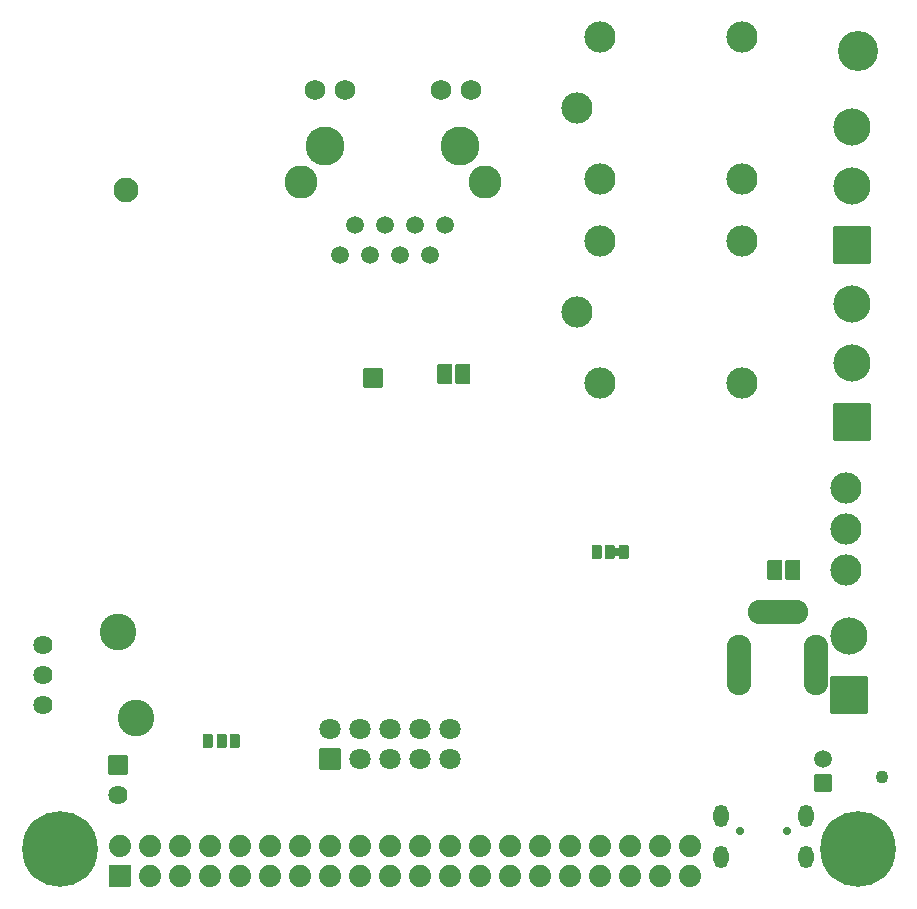
<source format=gbr>
%TF.GenerationSoftware,KiCad,Pcbnew,7.0.9-7.0.9~ubuntu22.04.1*%
%TF.CreationDate,2025-05-12T16:08:44+03:00*%
%TF.ProjectId,ESP32-EVB_Rev_L,45535033-322d-4455-9642-5f5265765f4c,L*%
%TF.SameCoordinates,PX425f360PY872a8a0*%
%TF.FileFunction,Soldermask,Bot*%
%TF.FilePolarity,Negative*%
%FSLAX46Y46*%
G04 Gerber Fmt 4.6, Leading zero omitted, Abs format (unit mm)*
G04 Created by KiCad (PCBNEW 7.0.9-7.0.9~ubuntu22.04.1) date 2025-05-12 16:08:44*
%MOMM*%
%LPD*%
G01*
G04 APERTURE LIST*
G04 Aperture macros list*
%AMRoundRect*
0 Rectangle with rounded corners*
0 $1 Rounding radius*
0 $2 $3 $4 $5 $6 $7 $8 $9 X,Y pos of 4 corners*
0 Add a 4 corners polygon primitive as box body*
4,1,4,$2,$3,$4,$5,$6,$7,$8,$9,$2,$3,0*
0 Add four circle primitives for the rounded corners*
1,1,$1+$1,$2,$3*
1,1,$1+$1,$4,$5*
1,1,$1+$1,$6,$7*
1,1,$1+$1,$8,$9*
0 Add four rect primitives between the rounded corners*
20,1,$1+$1,$2,$3,$4,$5,0*
20,1,$1+$1,$4,$5,$6,$7,0*
20,1,$1+$1,$6,$7,$8,$9,0*
20,1,$1+$1,$8,$9,$2,$3,0*%
G04 Aperture macros list end*
%ADD10C,3.101600*%
%ADD11C,1.625600*%
%ADD12C,2.101600*%
%ADD13RoundRect,0.050800X-0.762000X0.762000X-0.762000X-0.762000X0.762000X-0.762000X0.762000X0.762000X0*%
%ADD14C,3.149600*%
%ADD15RoundRect,0.050800X1.524000X-1.524000X1.524000X1.524000X-1.524000X1.524000X-1.524000X-1.524000X0*%
%ADD16C,3.401600*%
%ADD17C,1.301600*%
%ADD18C,6.401600*%
%ADD19RoundRect,0.050800X-0.889000X-0.889000X0.889000X-0.889000X0.889000X0.889000X-0.889000X0.889000X0*%
%ADD20C,1.879600*%
%ADD21O,2.101600X5.101600*%
%ADD22O,5.101600X2.101600*%
%ADD23C,2.641600*%
%ADD24RoundRect,0.050800X-0.800000X0.800000X-0.800000X-0.800000X0.800000X-0.800000X0.800000X0.800000X0*%
%ADD25RoundRect,0.050800X-0.850000X-0.850000X0.850000X-0.850000X0.850000X0.850000X-0.850000X0.850000X0*%
%ADD26C,1.801600*%
%ADD27C,3.301600*%
%ADD28C,1.511600*%
%ADD29C,1.751600*%
%ADD30C,2.801600*%
%ADD31RoundRect,0.050800X0.700000X-0.700000X0.700000X0.700000X-0.700000X0.700000X-0.700000X-0.700000X0*%
%ADD32C,1.501600*%
%ADD33C,0.701600*%
%ADD34O,1.301600X1.901600*%
%ADD35RoundRect,0.050800X0.584200X0.800100X-0.584200X0.800100X-0.584200X-0.800100X0.584200X-0.800100X0*%
%ADD36RoundRect,0.050800X0.381000X0.508000X-0.381000X0.508000X-0.381000X-0.508000X0.381000X-0.508000X0*%
%ADD37RoundRect,0.050800X0.254000X0.254000X-0.254000X0.254000X-0.254000X-0.254000X0.254000X-0.254000X0*%
%ADD38RoundRect,0.050800X-0.584200X-0.800100X0.584200X-0.800100X0.584200X0.800100X-0.584200X0.800100X0*%
%ADD39RoundRect,0.050800X-0.381000X-0.508000X0.381000X-0.508000X0.381000X0.508000X-0.381000X0.508000X0*%
%ADD40C,1.101600*%
G04 APERTURE END LIST*
D10*
%TO.C,U7*%
X8713000Y22192000D03*
X10313000Y14892000D03*
D11*
X2413000Y21082000D03*
X2413000Y18542000D03*
X2413000Y16002000D03*
%TD*%
D12*
%TO.C,U3*%
X9414000Y59649000D03*
%TD*%
D11*
%TO.C,LED3*%
X8763000Y8382000D03*
D13*
X8763000Y10922000D03*
%TD*%
D14*
%TO.C,PWR2*%
X70612000Y21837000D03*
D15*
X70612000Y16837000D03*
%TD*%
D16*
%TO.C,MH1*%
X71374000Y71374000D03*
%TD*%
D17*
%TO.C,MH2*%
X68961000Y3810000D03*
X69723000Y5461000D03*
X69723000Y2032000D03*
X71374000Y6223000D03*
D18*
X71374000Y3810000D03*
D17*
X71374000Y1397000D03*
X73025000Y5461000D03*
X73025000Y2159000D03*
X73787000Y3810000D03*
%TD*%
%TO.C,MH3*%
X1397000Y3810000D03*
X2159000Y5461000D03*
X2159000Y2032000D03*
X3810000Y6223000D03*
D18*
X3810000Y3810000D03*
D17*
X3810000Y1397000D03*
X5461000Y5461000D03*
X5461000Y2159000D03*
X6223000Y3810000D03*
%TD*%
D19*
%TO.C,EXT1*%
X8890000Y1524000D03*
D20*
X8890000Y4064000D03*
X11430000Y1524000D03*
X11430000Y4064000D03*
X13970000Y1524000D03*
X13970000Y4064000D03*
X16510000Y1524000D03*
X16510000Y4064000D03*
X19050000Y1524000D03*
X19050000Y4064000D03*
X21590000Y1524000D03*
X21590000Y4064000D03*
X24130000Y1524000D03*
X24130000Y4064000D03*
X26670000Y1524000D03*
X26670000Y4064000D03*
X29210000Y1524000D03*
X29210000Y4064000D03*
X31750000Y1524000D03*
X31750000Y4064000D03*
X34290000Y1524000D03*
X34290000Y4064000D03*
X36830000Y1524000D03*
X36830000Y4064000D03*
X39370000Y1524000D03*
X39370000Y4064000D03*
X41910000Y1524000D03*
X41910000Y4064000D03*
X44450000Y1524000D03*
X44450000Y4064000D03*
X46990000Y1524000D03*
X46990000Y4064000D03*
X49530000Y1524000D03*
X49530000Y4064000D03*
X52070000Y1524000D03*
X52070000Y4064000D03*
X54610000Y1524000D03*
X54610000Y4064000D03*
X57150000Y1524000D03*
X57150000Y4064000D03*
%TD*%
D15*
%TO.C,CON1*%
X70904000Y39958000D03*
D14*
X70904000Y44958000D03*
X70904000Y49958000D03*
%TD*%
D15*
%TO.C,CON2*%
X70904000Y54958000D03*
D14*
X70904000Y59958000D03*
X70904000Y64958000D03*
%TD*%
D21*
%TO.C,PWR1*%
X61341000Y19413000D03*
X67841000Y19413000D03*
D22*
X64641000Y23863000D03*
%TD*%
D23*
%TO.C,REL1*%
X61580000Y43276000D03*
X61580000Y55276000D03*
X47580000Y49276000D03*
X49580000Y55276000D03*
X49580000Y43276000D03*
%TD*%
%TO.C,REL2*%
X49580000Y60548000D03*
X49580000Y72548000D03*
X47580000Y66548000D03*
X61580000Y72548000D03*
X61580000Y60548000D03*
%TD*%
D24*
%TO.C,U4*%
X30353000Y43688000D03*
%TD*%
D25*
%TO.C,UEXT1*%
X26670000Y11430000D03*
D26*
X26670000Y13970000D03*
X29210000Y11430000D03*
X29210000Y13970000D03*
X31750000Y11430000D03*
X31750000Y13970000D03*
X34290000Y11430000D03*
X34290000Y13970000D03*
X36830000Y11430000D03*
X36830000Y13970000D03*
%TD*%
D27*
%TO.C,LAN1*%
X37719000Y63373000D03*
X26289000Y63373000D03*
D28*
X36459000Y56673000D03*
X35189000Y54133000D03*
X33919000Y56673000D03*
X32649000Y54133000D03*
X31379000Y56673000D03*
X30109000Y54133000D03*
X28839000Y56673000D03*
X27569000Y54133000D03*
D29*
X27934000Y68121500D03*
X38614000Y68121500D03*
D30*
X39804000Y60323000D03*
X24204000Y60323000D03*
D29*
X25394000Y68121500D03*
X36074000Y68121500D03*
%TD*%
D23*
%TO.C,CAN1*%
X70404000Y34417000D03*
X70404000Y30917000D03*
X70404000Y27417000D03*
%TD*%
D31*
%TO.C,BAT1*%
X68450460Y9405620D03*
D32*
X68447920Y11417300D03*
%TD*%
D33*
%TO.C,USB-UART1*%
X65404000Y5329000D03*
X61404000Y5329000D03*
D34*
X67004000Y6649000D03*
X59804000Y6649000D03*
X67004000Y3179000D03*
X59804000Y3179000D03*
%TD*%
D35*
%TO.C,PHY_RST1*%
X37973000Y44069000D03*
X36449000Y44069000D03*
%TD*%
D36*
%TO.C,5.0V/3.3V1*%
X51562000Y28956000D03*
D37*
X51181000Y28956000D03*
X50800000Y28956000D03*
D36*
X50419000Y28956000D03*
X49276000Y28956000D03*
%TD*%
D38*
%TO.C,CAN_T1*%
X64389000Y27432000D03*
X65913000Y27432000D03*
%TD*%
D39*
%TO.C,BAT/BUT1*%
X16383000Y12954000D03*
X17526000Y12954000D03*
X18669000Y12954000D03*
%TD*%
D40*
%TO.C,GND1*%
X73406000Y9906000D03*
%TD*%
M02*

</source>
